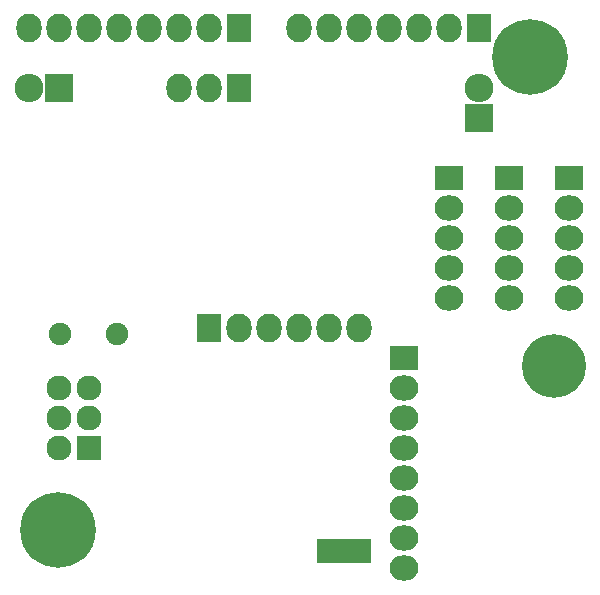
<source format=gbs>
G04 #@! TF.FileFunction,Soldermask,Bot*
%FSLAX46Y46*%
G04 Gerber Fmt 4.6, Leading zero omitted, Abs format (unit mm)*
G04 Created by KiCad (PCBNEW 4.0.0-rc1-stable) date Sa 26 Sep 2015 08:23:03 CEST*
%MOMM*%
G01*
G04 APERTURE LIST*
%ADD10C,0.100000*%
%ADD11R,2.432000X2.127200*%
%ADD12O,2.432000X2.127200*%
%ADD13C,5.400000*%
%ADD14R,1.568400X2.000200*%
%ADD15R,2.432000X2.432000*%
%ADD16O,2.432000X2.432000*%
%ADD17R,2.127200X2.127200*%
%ADD18O,2.127200X2.127200*%
%ADD19R,2.127200X2.432000*%
%ADD20O,2.127200X2.432000*%
%ADD21C,1.901140*%
%ADD22C,6.400000*%
G04 APERTURE END LIST*
D10*
D11*
X134290000Y-80480000D03*
D12*
X134290000Y-83020000D03*
X134290000Y-85560000D03*
X134290000Y-88100000D03*
X134290000Y-90640000D03*
X134290000Y-93180000D03*
X134290000Y-95720000D03*
X134290000Y-98260000D03*
D13*
X146990000Y-81160000D03*
D14*
X130724000Y-96800000D03*
X129200000Y-96800000D03*
X127676000Y-96800000D03*
D15*
X105080000Y-57620000D03*
D16*
X102540000Y-57620000D03*
D17*
X107620000Y-88100000D03*
D18*
X105080000Y-88100000D03*
X107620000Y-85560000D03*
X105080000Y-85560000D03*
X107620000Y-83020000D03*
X105080000Y-83020000D03*
D19*
X120320000Y-57620000D03*
D20*
X117780000Y-57620000D03*
X115240000Y-57620000D03*
D19*
X140640000Y-52540000D03*
D20*
X138100000Y-52540000D03*
X135560000Y-52540000D03*
X133020000Y-52540000D03*
X130480000Y-52540000D03*
X127940000Y-52540000D03*
X125400000Y-52540000D03*
D19*
X120320000Y-52540000D03*
D20*
X117780000Y-52540000D03*
X115240000Y-52540000D03*
X112700000Y-52540000D03*
X110160000Y-52540000D03*
X107620000Y-52540000D03*
X105080000Y-52540000D03*
X102540000Y-52540000D03*
D15*
X140640000Y-60160000D03*
D16*
X140640000Y-57620000D03*
D11*
X138100000Y-65240000D03*
D12*
X138100000Y-67780000D03*
X138100000Y-70320000D03*
X138100000Y-72860000D03*
X138100000Y-75400000D03*
D11*
X143180000Y-65240000D03*
D12*
X143180000Y-67780000D03*
X143180000Y-70320000D03*
X143180000Y-72860000D03*
X143180000Y-75400000D03*
D11*
X148260000Y-65240000D03*
D12*
X148260000Y-67780000D03*
X148260000Y-70320000D03*
X148260000Y-72860000D03*
X148260000Y-75400000D03*
D21*
X105159060Y-78400000D03*
X110040940Y-78400000D03*
D19*
X117780000Y-77940000D03*
D20*
X120320000Y-77940000D03*
X122860000Y-77940000D03*
X125400000Y-77940000D03*
X127940000Y-77940000D03*
X130480000Y-77940000D03*
D22*
X145000000Y-55000000D03*
X105000000Y-95000000D03*
M02*

</source>
